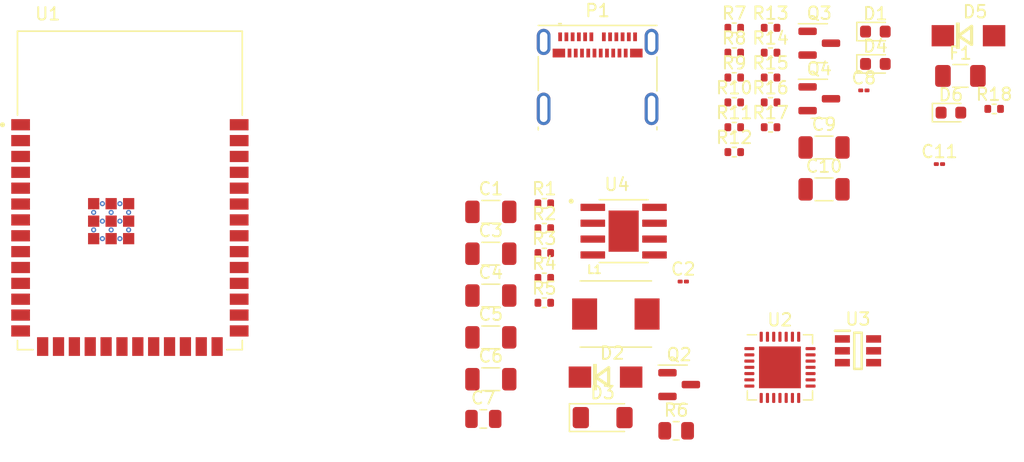
<source format=kicad_pcb>
(kicad_pcb (version 20221018) (generator pcbnew)
  (layers (0 "F.Cu" signal) (31 "B.Cu" signal) (34 "B.Paste" user) (35 "F.Paste" user) (36 "B.SilkS" user "B.Silkscreen") (37 "F.SilkS" user "F.Silkscreen") (38 "B.Mask" user) (39 "F.Mask" user) (44 "Edge.Cuts" user))
  (net 0 "")
  (net 34 "Net-(U2-VBUS)")
  (net 35 "/USB/TXT")
  (net 36 "Net-(D1-A)")
  (net 39 "Net-(D2-PadA)")
  (net 40 "/USB/RXT")
  (net 41 "Net-(D4-A)")
  (net 42 "VBUS")
  (net 43 "Net-(D6-A)")
  (net 44 "Net-(P1-CC)")
  (net 45 "/USB/D-")
  (net 54 "/USB/D+")
  (net 55 "Net-(P1-VCONN)")
  (net 60 "Net-(Q3-B)")
  (net 61 "/USB/RTS")
  (net 62 "Net-(Q3-C)")
  (net 64 "Net-(Q4-B)")
  (net 65 "/Power Supply/EN")
  (net 66 "GND")
  (net 67 "/Power Supply/SW")
  (net 68 "/Power Supply/BOOT")
  (net 69 "+3.3V")
  (net 70 "VCC")
  (net 71 "Net-(C7-Pad1)")
  (net 72 "Net-(Q2-D)")
  (net 73 "+VDC")
  (net 74 "Net-(D3-A)")
  (net 75 "Net-(U4-RLIM)")
  (net 76 "/Power Supply/FB")
  (net 77 "/Power Supply/COMP")
  (net 78 "/USB/DTR")
  (net 79 "Net-(Q4-C)")
  (net 80 "Net-(U2-~{RST})")
  (net 81 "CHIP_PU")
  (net 82 "GPIO0")
  (net 83 "MCU_RX")
  (net 84 "MCU_TX")
  (net 85 "/USB/COM_D+")
  (net 86 "/USB/COM_D-")
  (footprint "Package_TO_SOT_SMD:SOT-23" (layer "F.Cu") (at 120.11 57.61)
    (fp_text reference "Q4" (at 0 -2.4) (layer "F.SilkS"))
    (fp_text value "MMBT5551")
    (fp_line (start 0 -1.56) (end -1.675 -1.56) (stroke (width 0.12)) (layer "F.SilkS"))
    (fp_line (start 0 -1.56) (end 0.65 -1.56) (stroke (width 0.12)) (layer "F.SilkS"))
    (fp_line (start 0 1.56) (end -0.65 1.56) (stroke (width 0.12)) (layer "F.SilkS"))
    (fp_line (start 0 1.56) (end 0.65 1.56) (stroke (width 0.12)) (layer "F.SilkS"))
    (pad "1" smd roundrect (at -0.9375 -0.95) (size 1.475 0.6) (layers "F.Cu" "F.Paste" "F.Mask") (net 64 "Net-(Q4-B)"))
    (pad "2" smd roundrect (at -0.9375 0.95) (size 1.475 0.6) (layers "F.Cu" "F.Paste" "F.Mask") (net 78 "/USB/DTR"))
    (pad "3" smd roundrect (at 0.9375 0) (size 1.475 0.6) (layers "F.Cu" "F.Paste" "F.Mask") (net 79 "Net-(Q4-C)"))
  )
  (footprint "Resistor_SMD:R_0402_1005Metric" (layer "F.Cu") (at 116.21 53.92)
    (fp_text reference "R14" (at 0 -1.17) (layer "F.SilkS"))
    (fp_text value "0")
    (fp_line (start -0.153641 -0.38) (end 0.153641 -0.38) (stroke (width 0.12)) (layer "F.SilkS"))
    (fp_line (start -0.153641 0.38) (end 0.153641 0.38) (stroke (width 0.12)) (layer "F.SilkS"))
    (pad "1" smd roundrect (at -0.51 0) (size 0.54 0.64) (layers "F.Cu" "F.Paste" "F.Mask") (net 62 "Net-(Q3-C)"))
    (pad "2" smd roundrect (at 0.51 0) (size 0.54 0.64) (layers "F.Cu" "F.Paste" "F.Mask") (net 81 "CHIP_PU"))
  )
  (footprint "Capacitor_SMD:C_1206_3216Metric" (layer "F.Cu") (at 93.81 70.015)
    (fp_text reference "C3" (at 0 -1.85) (layer "F.SilkS"))
    (fp_text value "22u 10V")
    (fp_line (start -0.711252 -0.91) (end 0.711252 -0.91) (stroke (width 0.12)) (layer "F.SilkS"))
    (fp_line (start -0.711252 0.91) (end 0.711252 0.91) (stroke (width 0.12)) (layer "F.SilkS"))
    (pad "1" smd roundrect (at -1.475 0) (size 1.15 1.8) (layers "F.Cu" "F.Paste" "F.Mask") (roundrect_rratio 0.217391) (net 69 "+3.3V"))
    (pad "2" smd roundrect (at 1.475 0) (size 1.15 1.8) (layers "F.Cu" "F.Paste" "F.Mask") (roundrect_rratio 0.217391) (net 66 "GND"))
  )
  (footprint "Library:IND_ASPI-0530LR-3R3M-T2" (layer "F.Cu") (at 103.82 74.845)
    (fp_text reference "L1" (at -1.718 -3.5564) (layer "F.SilkS") (effects (font (size 0.64 0.64))))
    (fp_text value "4u7")
    (fp_line (start -2.85 -2.65) (end 2.85 -2.65) (stroke (width 0.127)) (layer "F.SilkS"))
    (fp_line (start -2.85 2.65) (end 2.85 2.65) (stroke (width 0.127)) (layer "F.SilkS"))
    (pad "1" smd rect (at -2.5 0) (size 2 2.5) (layers "F.Cu" "F.Paste" "F.Mask") (net 67 "/Power Supply/SW"))
    (pad "2" smd rect (at 2.5 0) (size 2 2.5) (layers "F.Cu" "F.Paste" "F.Mask") (net 69 "+3.3V"))
  )
  (footprint "Connector_USB:USB_C_Receptacle_Molex_105450-0101" (layer "F.Cu") (at 102.36 55.865)
    (fp_text reference "P1" (at 0 -5.315 unlocked) (layer "F.SilkS"))
    (fp_text value "USB_C_Prog")
    (fp_line (start -4.75 -4.125) (end 4.75 -4.125) (stroke (width 0.12)) (layer "F.SilkS"))
    (fp_line (start -4.75 -1.625) (end -4.75 1.075) (stroke (width 0.12)) (layer "F.SilkS"))
    (fp_line (start -4.75 4.235) (end -4.75 4.025) (stroke (width 0.12)) (layer "F.SilkS"))
    (fp_line (start -3.125 -4.275) (end -2.9 -4.275) (stroke (width 0.12)) (layer "F.SilkS"))
    (fp_line (start 4.75 1.125) (end 4.75 -1.6) (stroke (width 0.12)) (layer "F.SilkS"))
    (fp_line (start 4.75 4.225) (end 4.75 4) (stroke (width 0.12)) (layer "F.SilkS"))
    (pad "A1" smd rect (at -3 -3.215) (size 0.3 0.7) (layers "F.Cu" "F.Paste" "F.Mask") (net 66 "GND"))
    (pad "A2" smd rect (at -2.5 -3.215) (size 0.3 0.7) (layers "F.Cu" "F.Paste" "F.Mask"))
    (pad "A3" smd rect (at -2 -3.215) (size 0.3 0.7) (layers "F.Cu" "F.Paste" "F.Mask"))
    (pad "A4" smd rect (at -1.5 -3.215) (size 0.3 0.7) (layers "F.Cu" "F.Paste" "F.Mask") (net 42 "VBUS"))
    (pad "A5" smd rect (at -1 -3.215) (size 0.3 0.7) (layers "F.Cu" "F.Paste" "F.Mask") (net 44 "Net-(P1-CC)"))
    (pad "A6" smd rect (at -0.5 -3.215) (size 0.3 0.7) (layers "F.Cu" "F.Paste" "F.Mask") (net 45 "/USB/D-"))
    (pad "A7" smd rect (at 0.5 -3.215) (size 0.3 0.7) (layers "F.Cu" "F.Paste" "F.Mask") (net 54 "/USB/D+"))
    (pad "A8" smd rect (at 1 -3.215) (size 0.3 0.7) (layers "F.Cu" "F.Paste" "F.Mask"))
    (pad "A9" smd rect (at 1.5 -3.215) (size 0.3 0.7) (layers "F.Cu" "F.Paste" "F.Mask") (net 42 "VBUS"))
    (pad "A10" smd rect (at 2 -3.215) (size 0.3 0.7) (layers "F.Cu" "F.Paste" "F.Mask"))
    (pad "A11" smd rect (at 2.5 -3.215) (size 0.3 0.7) (layers "F.Cu" "F.Paste" "F.Mask"))
    (pad "A12" smd rect (at 3 -3.215) (size 0.3 0.7) (layers "F.Cu" "F.Paste" "F.Mask") (net 66 "GND"))
    (pad "B1" smd rect (at 3.1 -1.915) (size 1 0.7) (layers "F.Cu" "F.Paste" "F.Mask") (net 66 "GND"))
    (pad "B2" smd rect (at 2.25 -1.915) (size 0.3 0.7) (layers "F.Cu" "F.Paste" "F.Mask"))
    (pad "B3" smd rect (at 1.75 -1.915) (size 0.3 0.7) (layers "F.Cu" "F.Paste" "F.Mask"))
    (pad "B4" smd rect (at 1.25 -1.915) (size 0.3 0.7) (layers "F.Cu" "F.Paste" "F.Mask") (net 42 "VBUS"))
    (pad "B5" smd rect (at 0.75 -1.915) (size 0.3 0.7) (layers "F.Cu" "F.Paste" "F.Mask") (net 55 "Net-(P1-VCONN)"))
    (pad "B6" smd rect (at 0.25 -1.915) (size 0.3 0.7) (layers "F.Cu" "F.Paste" "F.Mask"))
    (pad "B7" smd rect (at -0.25 -1.915) (size 0.3 0.7) (layers "F.Cu" "F.Paste" "F.Mask"))
    (pad "B8" smd rect (at -0.75 -1.915) (size 0.3 0.7) (layers "F.Cu" "F.Paste" "F.Mask"))
    (pad "B9" smd rect (at -1.25 -1.915) (size 0.3 0.7) (layers "F.Cu" "F.Paste" "F.Mask") (net 42 "VBUS"))
    (pad "B10" smd rect (at -1.75 -1.915) (size 0.3 0.7) (layers "F.Cu" "F.Paste" "F.Mask"))
    (pad "B11" smd rect (at -2.25 -1.915) (size 0.3 0.7) (layers "F.Cu" "F.Paste" "F.Mask"))
    (pad "B12" smd rect (at -3.1 -1.915) (size 1 0.7) (layers "F.Cu" "F.Paste" "F.Mask") (net 66 "GND"))
    (pad "S1" thru_hole oval (at -4.32 -2.805) (size 1.1 2.1) (drill oval 0.6 1.6) (layers "*.Cu" "*.Mask"))
    (pad "S1" thru_hole oval (at -4.32 2.555) (size 1.1 2.6) (drill oval 0.6 2.1) (layers "*.Cu" "*.Mask"))
    (pad "S1" thru_hole oval (at 4.32 -2.805) (size 1.1 2.1) (drill oval 0.6 1.6) (layers "*.Cu" "*.Mask"))
    (pad "S1" thru_hole oval (at 4.32 2.555) (size 1.1 2.6) (drill oval 0.6 2.1) (layers "*.Cu" "*.Mask"))
  )
  (footprint "Package_TO_SOT_SMD:SOT-23" (layer "F.Cu") (at 120.11 53.16)
    (fp_text reference "Q3" (at 0 -2.4) (layer "F.SilkS"))
    (fp_text value "MMBT5551")
    (fp_line (start 0 -1.56) (end -1.675 -1.56) (stroke (width 0.12)) (layer "F.SilkS"))
    (fp_line (start 0 -1.56) (end 0.65 -1.56) (stroke (width 0.12)) (layer "F.SilkS"))
    (fp_line (start 0 1.56) (end -0.65 1.56) (stroke (width 0.12)) (layer "F.SilkS"))
    (fp_line (start 0 1.56) (end 0.65 1.56) (stroke (width 0.12)) (layer "F.SilkS"))
    (pad "1" smd roundrect (at -0.9375 -0.95) (size 1.475 0.6) (layers "F.Cu" "F.Paste" "F.Mask") (net 60 "Net-(Q3-B)"))
    (pad "2" smd roundrect (at -0.9375 0.95) (size 1.475 0.6) (layers "F.Cu" "F.Paste" "F.Mask") (net 61 "/USB/RTS"))
    (pad "3" smd roundrect (at 0.9375 0) (size 1.475 0.6) (layers "F.Cu" "F.Paste" "F.Mask") (net 62 "Net-(Q3-C)"))
  )
  (footprint "Resistor_SMD:R_0402_1005Metric" (layer "F.Cu") (at 134.11 58.42)
    (fp_text reference "R18" (at 0 -1.17) (layer "F.SilkS"))
    (fp_text value "1k")
    (fp_line (start -0.153641 -0.38) (end 0.153641 -0.38) (stroke (width 0.12)) (layer "F.SilkS"))
    (fp_line (start -0.153641 0.38) (end 0.153641 0.38) (stroke (width 0.12)) (layer "F.SilkS"))
    (pad "1" smd roundrect (at -0.51 0) (size 0.54 0.64) (layers "F.Cu" "F.Paste" "F.Mask") (net 43 "Net-(D6-A)"))
    (pad "2" smd roundrect (at 0.51 0) (size 0.54 0.64) (layers "F.Cu" "F.Paste" "F.Mask") (net 69 "+3.3V"))
  )
  (footprint "Resistor_SMD:R_0402_1005Metric" (layer "F.Cu") (at 113.3 51.93)
    (fp_text reference "R7" (at 0 -1.17) (layer "F.SilkS"))
    (fp_text value "5k1")
    (fp_line (start -0.153641 -0.38) (end 0.153641 -0.38) (stroke (width 0.12)) (layer "F.SilkS"))
    (fp_line (start -0.153641 0.38) (end 0.153641 0.38) (stroke (width 0.12)) (layer "F.SilkS"))
    (pad "1" smd roundrect (at -0.51 0) (size 0.54 0.64) (layers "F.Cu" "F.Paste" "F.Mask") (net 44 "Net-(P1-CC)"))
    (pad "2" smd roundrect (at 0.51 0) (size 0.54 0.64) (layers "F.Cu" "F.Paste" "F.Mask") (net 66 "GND"))
  )
  (footprint "Resistor_SMD:R_0402_1005Metric" (layer "F.Cu") (at 98.09 73.945)
    (fp_text reference "R5" (at 0 -1.17) (layer "F.SilkS"))
    (fp_text value "24k")
    (fp_line (start -0.153641 -0.38) (end 0.153641 -0.38) (stroke (width 0.12)) (layer "F.SilkS"))
    (fp_line (start -0.153641 0.38) (end 0.153641 0.38) (stroke (width 0.12)) (layer "F.SilkS"))
    (pad "1" smd roundrect (at -0.51 0) (size 0.54 0.64) (layers "F.Cu" "F.Paste" "F.Mask") (net 76 "/Power Supply/FB"))
    (pad "2" smd roundrect (at 0.51 0) (size 0.54 0.64) (layers "F.Cu" "F.Paste" "F.Mask") (net 66 "GND"))
  )
  (footprint "Library:SOIC127P599X175-9N" (layer "F.Cu") (at 104.445 68.2095)
    (fp_text reference "U4" (at -0.53 -3.735) (layer "F.SilkS"))
    (fp_text value "RT7272BGSP")
    (fp_line (start -1.94925 -2.515) (end 1.94925 -2.515) (stroke (width 0.127)) (layer "F.SilkS"))
    (fp_line (start -1.94925 2.515) (end 1.94925 2.515) (stroke (width 0.127)) (layer "F.SilkS"))
    (fp_circle (center -4.2 -2.4) (end -4.1 -2.4) (stroke (width 0.2)) (fill none) (layer "F.SilkS"))
    (pad "1" smd roundrect (at -2.47 -1.905) (size 1.97 0.58) (layers "F.Cu" "F.Paste" "F.Mask") (roundrect_rratio 0.07) (net 67 "/Power Supply/SW"))
    (pad "2" smd roundrect (at -2.47 -0.635) (size 1.97 0.58) (layers "F.Cu" "F.Paste" "F.Mask") (roundrect_rratio 0.07) (net 68 "/Power Supply/BOOT"))
    (pad "3" smd roundrect (at -2.47 0.635) (size 1.97 0.58) (layers "F.Cu" "F.Paste" "F.Mask") (roundrect_rratio 0.07) (net 65 "/Power Supply/EN"))
    (pad "4" smd roundrect (at -2.47 1.905) (size 1.97 0.58) (layers "F.Cu" "F.Paste" "F.Mask") (roundrect_rratio 0.07) (net 66 "GND"))
    (pad "5" smd roundrect (at 2.47 1.905) (size 1.97 0.58) (layers "F.Cu" "F.Paste" "F.Mask") (roundrect_rratio 0.07) (net 76 "/Power Supply/FB"))
    (pad "6" smd roundrect (at 2.47 0.635) (size 1.97 0.58) (layers "F.Cu" "F.Paste" "F.Mask") (roundrect_rratio 0.07) (net 77 "/Power Supply/COMP"))
    (pad "7" smd roundrect (at 2.47 -0.635) (size 1.97 0.58) (layers "F.Cu" "F.Paste" "F.Mask") (roundrect_rratio 0.07) (net 75 "Net-(U4-RLIM)"))
    (pad "8" smd roundrect (at 2.47 -1.905) (size 1.97 0.58) (layers "F.Cu" "F.Paste" "F.Mask") (roundrect_rratio 0.07) (net 70 "VCC"))
    (pad "9" smd rect (at 0 0) (size 2.413 3.302) (layers "F.Cu" "F.Mask") (net 66 "GND"))
  )
  (footprint "Package_DFN_QFN:QFN-28-1EP_5x5mm_P0.5mm_EP3.35x3.35mm" (layer "F.Cu") (at 116.96 79.115)
    (fp_text reference "U2" (at 0 -3.8) (layer "F.SilkS"))
    (fp_text value "CP2102N-Axx-xQFN28")
    (fp_line (start -2.61 2.61) (end -2.61 1.885) (stroke (width 0.12)) (layer "F.SilkS"))
    (fp_line (start -1.885 -2.61) (end -2.61 -2.61) (stroke (width 0.12)) (layer "F.SilkS"))
    (fp_line (start -1.885 2.61) (end -2.61 2.61) (stroke (width 0.12)) (layer "F.SilkS"))
    (fp_line (start 1.885 -2.61) (end 2.61 -2.61) (stroke (width 0.12)) (layer "F.SilkS"))
    (fp_line (start 1.885 2.61) (end 2.61 2.61) (stroke (width 0.12)) (layer "F.SilkS"))
    (fp_line (start 2.61 -2.61) (end 2.61 -1.885) (stroke (width 0.12)) (layer "F.SilkS"))
    (fp_line (start 2.61 2.61) (end 2.61 1.885) (stroke (width 0.12)) (layer "F.SilkS"))
    (pad "1" smd roundrect (at -2.45 -1.5) (size 0.8 0.25) (layers "F.Cu" "F.Paste" "F.Mask"))
    (pad "2" smd roundrect (at -2.45 -1) (size 0.8 0.25) (layers "F.Cu" "F.Paste" "F.Mask"))
    (pad "3" smd roundrect (at -2.45 -0.5) (size 0.8 0.25) (layers "F.Cu" "F.Paste" "F.Mask") (net 66 "GND"))
    (pad "4" smd roundrect (at -2.45 0) (size 0.8 0.25) (layers "F.Cu" "F.Paste" "F.Mask") (net 85 "/USB/COM_D+"))
    (pad "5" smd roundrect (at -2.45 0.5) (size 0.8 0.25) (layers "F.Cu" "F.Paste" "F.Mask") (net 86 "/USB/COM_D-"))
    (pad "6" smd roundrect (at -2.45 1) (size 0.8 0.25) (layers "F.Cu" "F.Paste" "F.Mask") (net 69 "+3.3V"))
    (pad "7" smd roundrect (at -2.45 1.5) (size 0.8 0.25) (layers "F.Cu" "F.Paste" "F.Mask") (net 69 "+3.3V"))
    (pad "8" smd roundrect (at -1.5 2.45) (size 0.25 0.8) (layers "F.Cu" "F.Paste" "F.Mask") (net 34 "Net-(U2-VBUS)"))
    (pad "9" smd roundrect (at -1 2.45) (size 0.25 0.8) (layers "F.Cu" "F.Paste" "F.Mask") (net 80 "Net-(U2-~{RST})"))
    (pad "10" smd roundrect (at -0.5 2.45) (size 0.25 0.8) (layers "F.Cu" "F.Paste" "F.Mask"))
    (pad "11" smd roundrect (at 0 2.45) (size 0.25 0.8) (layers "F.Cu" "F.Paste" "F.Mask"))
    (pad "12" smd roundrect (at 0.5 2.45) (size 0.25 0.8) (layers "F.Cu" "F.Paste" "F.Mask"))
    (pad "13" smd roundrect (at 1 2.45) (size 0.25 0.8) (layers "F.Cu" "F.Paste" "F.Mask"))
    (pad "14" smd roundrect (at 1.5 2.45) (size 0.25 0.8) (layers "F.Cu" "F.Paste" "F.Mask"))
    (pad "15" smd roundrect (at 2.45 1.5) (size 0.8 0.25) (layers "F.Cu" "F.Paste" "F.Mask"))
    (pad "16" smd roundrect (at 2.45 1) (size 0.8 0.25) (layers "F.Cu" "F.Paste" "F.Mask"))
    (pad "17" smd roundrect (at 2.45 0.5) (size 0.8 0.25) (layers "F.Cu" "F.Paste" "F.Mask"))
    (pad "18" smd roundrect (at 2.45 0) (size 0.8 0.25) (layers "F.Cu" "F.Paste" "F.Mask") (net 40 "/USB/RXT"))
    (pad "19" smd roundrect (at 2.45 -0.5) (size 0.8 0.25) (layers "F.Cu" "F.Paste" "F.Mask") (net 35 "/USB/TXT"))
    (pad "20" smd roundrect (at 2.45 -1) (size 0.8 0.25) (layers "F.Cu" "F.Paste" "F.Mask"))
    (pad "21" smd roundrect (at 2.45 -1.5) (size 0.8 0.25) (layers "F.Cu" "F.Paste" "F.Mask"))
    (pad "22" smd roundrect (at 1.5 -2.45) (size 0.25 0.8) (layers "F.Cu" "F.Paste" "F.Mask"))
    (pad "23" smd roundrect (at 1 -2.45) (size 0.25 0.8) (layers "F.Cu" "F.Paste" "F.Mask"))
    (pad "24" smd roundrect (at 0.5 -2.45) (size 0.25 0.8) (layers "F.Cu" "F.Paste" "F.Mask") (net 61 "/USB/RTS"))
    (pad "25" smd roundrect (at 0 -2.45) (size 0.25 0.8) (layers "F.Cu" "F.Paste" "F.Mask") (net 84 "MCU_TX"))
    (pad "26" smd roundrect (at -0.5 -2.45) (size 0.25 0.8) (layers "F.Cu" "F.Paste" "F.Mask") (net 83 "MCU_RX"))
    (pad "27" smd roundrect (at -1 -2.45) (size 0.25 0.8) (layers "F.Cu" "F.Paste" "F.Mask"))
    (pad "28" smd roundrect (at -1.5 -2.45) (size 0.25 0.8) (layers "F.Cu" "F.Paste" "F.Mask") (net 78 "/USB/DTR"))
    (pad "29" smd rect (at 0 0) (size 3.35 3.35) (layers "F.Cu" "F.Mask") (net 66 "GND"))
  )
  (footprint "Library:XCVR_ESP32-S3-WROOM-1-N4R2" (layer "F.Cu") (at 64.91 64.95)
    (fp_text reference "U1" (at -6.575 -14.135) (layer "F.SilkS"))
    (fp_text value "ESP32-S3-WROOM-1-N4R2")
    (fp_line (start -9 -12.75) (end 9 -12.75) (stroke (width 0.127)) (layer "F.SilkS"))
    (fp_line (start -9 -6.03) (end -9 -12.75) (stroke (width 0.127)) (layer "F.SilkS"))
    (fp_line (start -9 12.02) (end -9 12.75) (stroke (width 0.127)) (layer "F.SilkS"))
    (fp_line (start -9 12.75) (end -7.755 12.75) (stroke (width 0.127)) (layer "F.SilkS"))
    (fp_line (start 9 -12.75) (end 9 -6.03) (stroke (width 0.127)) (layer "F.SilkS"))
    (fp_line (start 9 12.02) (end 9 12.75) (stroke (width 0.127)) (layer "F.SilkS"))
    (fp_line (start 9 12.75) (end 7.755 12.75) (stroke (width 0.127)) (layer "F.SilkS"))
    (fp_circle (center -10.2 -5.26) (end -10.1 -5.26) (stroke (width 0.2)) (fill none) (layer "F.SilkS"))
    (pad "1" smd rect (at -8.75 -5.26) (size 1.5 0.9) (layers "F.Cu" "F.Paste" "F.Mask") (net 66 "GND"))
    (pad "2" smd rect (at -8.75 -3.99) (size 1.5 0.9) (layers "F.Cu" "F.Paste" "F.Mask") (net 69 "+3.3V"))
    (pad "3" smd rect (at -8.75 -2.72) (size 1.5 0.9) (layers "F.Cu" "F.Paste" "F.Mask") (net 81 "CHIP_PU"))
    (pad "4" smd rect (at -8.75 -1.45) (size 1.5 0.9) (layers "F.Cu" "F.Paste" "F.Mask"))
    (pad "5" smd rect (at -8.75 -0.18) (size 1.5 0.9) (layers "F.Cu" "F.Paste" "F.Mask"))
    (pad "6" smd rect (at -8.75 1.09) (size 1.5 0.9) (layers "F.Cu" "F.Paste" "F.Mask"))
    (pad "7" smd rect (at -8.75 2.36) (size 1.5 0.9) (layers "F.Cu" "F.Paste" "F.Mask"))
    (pad "8" smd rect (at -8.75 3.63) (size 1.5 0.9) (layers "F.Cu" "F.Paste" "F.Mask"))
    (pad "9" smd rect (at -8.75 4.9) (size 1.5 0.9) (layers "F.Cu" "F.Paste" "F.Mask"))
    (pad "10" smd rect (at -8.75 6.17) (size 1.5 0.9) (layers "F.Cu" "F.Paste" "F.Mask"))
    (pad "11" smd rect (at -8.75 7.44) (size 1.5 0.9) (layers "F.Cu" "F.Paste" "F.Mask"))
    (pad "12" smd rect (at -8.75 8.71) (size 1.5 0.9) (layers "F.Cu" "F.Paste" "F.Mask"))
    (pad "13" smd rect (at -8.75 9.98) (size 1.5 0.9) (layers "F.Cu" "F.Paste" "F.Mask"))
    (pad "14" smd rect (at -8.75 11.25) (size 1.5 0.9) (layers "F.Cu" "F.Paste" "F.Mask"))
    (pad "15" smd rect (at -6.985 12.5) (size 0.9 1.5) (layers "F.Cu" "F.Paste" "F.Mask"))
    (pad "16" smd rect (at -5.715 12.5) (size 0.9 1.5) (layers "F.Cu" "F.Paste" "F.Mask"))
    (pad "17" smd rect (at -4.445 12.5) (size 0.9 1.5) (layers "F.Cu" "F.Paste" "F.Mask"))
    (pad "18" smd rect (at -3.175 12.5) (size 0.9 1.5) (layers "F.Cu" "F.Paste" "F.Mask"))
    (pad "19" smd rect (at -1.905 12.5) (size 0.9 1.5) (layers "F.Cu" "F.Paste" "F.Mask"))
    (pad "20" smd rect (at -0.635 12.5) (size 0.9 1.5) (layers "F.Cu" "F.Paste" "F.Mask"))
    (pad "21" smd rect (at 0.635 12.5) (size 0.9 1.5) (layers "F.Cu" "F.Paste" "F.Mask"))
    (pad "22" smd rect (at 1.905 12.5) (size 0.9 1.5) (layers "F.Cu" "F.Paste" "F.Mask"))
    (pad "23" smd rect (at 3.175 12.5) (size 0.9 1.5) (layers "F.Cu" "F.Paste" "F.Mask"))
    (pad "24" smd rect (at 4.445 12.5) (size 0.9 1.5) (layers "F.Cu" "F.Paste" "F.Mask"))
    (pad "25" smd rect (at 5.715 12.5) (size 0.9 1.5) (layers "F.Cu" "F.Paste" "F.Mask"))
    (pad "26" smd rect (at 6.985 12.5) (size 0.9 1.5) (layers "F.Cu" "F.Paste" "F.Mask"))
    (pad "27" smd rect (at 8.75 11.25) (size 1.5 0.9) (layers "F.Cu" "F.Paste" "F.Mask") (net 82 "GPIO0"))
    (pad "28" smd rect (at 8.75 9.98) (size 1.5 0.9) (layers "F.Cu" "F.Paste" "F.Mask"))
    (pad "29" smd rect (at 8.75 8.71) (size 1.5 0.9) (layers "F.Cu" "F.Paste" "F.Mask"))
    (pad "30" smd rect (at 8.75 7.44) (size 1.5 0.9) (layers "F.Cu" "F.Paste" "F.Mask"))
    (pad "31" smd rect (at 8.75 6.17) (size 1.5 0.9) (layers "F.Cu" "F.Paste" "F.Mask"))
    (pad "32" smd rect (at 8.75 4.9) (size 1.5 0.9) (layers "F.Cu" "F.Paste" "F.Mask"))
    (pad "33" smd rect (at 8.75 3.63) (size 1.5 0.9) (layers "F.Cu" "F.Paste" "F.Mask"))
    (pad "34" smd rect (at 8.75 2.36) (size 1.5 0.9) (layers "F.Cu" "F.Paste" "F.Mask"))
    (pad "35" smd rect (at 8.75 1.09) (size 1.5 0.9) (layers "F.Cu" "F.Paste" "F.Mask"))
    (pad "36" smd rect (at 8.75 -0.18) (size 1.5 0.9) (layers "F.Cu" "F.Paste" "F.Mask") (net 83 "MCU_RX"))
    (pad "37" smd rect (at 8.75 -1.45) (size 1.5 0.9) (layers "F.Cu" "F.Paste" "F.Mask") (net 84 "MCU_TX"))
    (pad "38" smd rect (at 8.75 -2.72) (size 1.5 0.9) (layers "F.Cu" "F.Paste" "F.Mask"))
    (pad "39" smd rect (at 8.75 -3.99) (size 1.5 0.9) (layers "F.Cu" "F.Paste" "F.Mask"))
    (pad "40" smd rect (at 8.75 -5.26) (size 1.5 0.9) (layers "F.Cu" "F.Paste" "F.Mask") (net 66 "GND"))
    (pad "41_1" smd rect (at -1.5 2.46) (size 0.9 0.9) (layers "F.Cu" "F.Paste" "F.Mask") (net 66 "GND"))
    (pad "41_2" smd rect (at -2.9 2.46) (size 0.9 0.9) (layers "F.Cu" "F.Paste" "F.Mask") (net 66 "GND"))
    (pad "41_3" smd rect (at -0.1 2.46) (size 0.9 0.9) (layers "F.Cu" "F.Paste" "F.Mask") (net 66 "GND"))
    (pad "41_4" smd rect (at -2.9 3.86) (size 0.9 0.9) (layers "F.Cu" "F.Paste" "F.Mask") (net 66 "GND"))
    (pad "41_5" smd rect (at -1.5 3.86) (size 0.9 0.9) (layers "F.Cu" "F.Paste" "F.Mask") (net 66 "GND"))
    (pad "41_6" smd rect (at -0.1 3.86) (size 0.9 0.9) (layers "F.Cu" "F.Paste" "F.Mask") (net 66 "GND"))
    (pad "41_7" smd rect (at -2.9 1.06) (size 0.9 0.9) (layers "F.Cu" "F.Paste" "F.Mask") (net 66 "GND"))
    (pad "41_8" smd rect (at -1.5 1.06) (size 0.9 0.9) (layers "F.Cu" "F.Paste" "F.Mask") (net 66 "GND"))
    (pad "41_9" smd rect (at -0.1 1.06) (size 0.9 0.9) (layers "F.Cu" "F.Paste" "F.Mask") (net 66 "GND"))
    (pad "41_10" thru_hole circle (at -1.5 1.76) (size 0.4 0.4) (drill 0.2) (layers "*.Cu"))
    (pad "41_11" thru_hole circle (at -2.9 1.76) (size 0.4 0.4) (drill 0.2) (layers "*.Cu"))
    (pad "41_12" thru_hole circle (at -0.1 1.76) (size 0.4 0.4) (drill 0.2) (layers "*.Cu"))
    (pad "41_13" thru_hole circle (at -2.9 3.16) (size 0.4 0.4) (drill 0.2) (layers "*.Cu"))
    (pad "41_14" thru_hole circle (at -1.5 3.16) (size 0.4 0.4) (drill 0.2) (layers "*.Cu"))
    (pad "41_15" thru_hole circle (at -0.1 3.16) (size 0.4 0.4) (drill 0.2) (layers "*.Cu"))
    (pad "41_16" thru_hole circle (at -2.2 1.06) (size 0.4 0.4) (drill 0.2) (layers "*.Cu"))
    (pad "41_17" thru_hole circle (at -0.8 1.06) (size 0.4 0.4) (drill 0.2) (layers "*.Cu"))
    (pad "41_18" thru_hole circle (at -2.2 2.46) (size 0.4 0.4) (drill 0.2) (layers "*.Cu"))
    (pad "41_19" thru_hole circle (at -0.8 2.46) (size 0.4 0.4) (drill 0.2) (layers "*.Cu"))
    (pad "41_20" thru_hole circle (at -2.2 3.86) (size 0.4 0.4) (drill 0.2) (layers "*.Cu"))
    (pad "41_21" thru_hole circle (at -0.8 3.86) (size 0.4 0.4) (drill 0.2) (layers "*.Cu"))
  )
  (footprint "LED_SMD:LED_0603_1608Metric" (layer "F.Cu") (at 124.6 52.23)
    (fp_text reference "D1" (at 0 -1.43) (layer "F.SilkS"))
    (fp_text value "LED_YLW")
    (fp_line (start -1.485 -0.735) (end -1.485 0.735) (stroke (width 0.12)) (layer "F.SilkS"))
    (fp_line (start -1.485 0.735) (end 0.8 0.735) (stroke (width 0.12)) (layer "F.SilkS"))
    (fp_line (start 0.8 -0.735) (end -1.485 -0.735) (stroke (width 0.12)) (layer "F.SilkS"))
    (pad "1" smd roundrect (at -0.7875 0) (size 0.875 0.95) (layers "F.Cu" "F.Paste" "F.Mask") (net 35 "/USB/TXT"))
    (pad "2" smd roundrect (at 0.7875 0) (size 0.875 0.95) (layers "F.Cu" "F.Paste" "F.Mask") (net 36 "Net-(D1-A)"))
  )
  (footprint "Capacitor_SMD:C_01005_0402Metric" (layer "F.Cu") (at 109.22 72.245)
    (fp_text reference "C2" (at 0 -1) (layer "F.SilkS"))
    (fp_text value "100n 50V")
    (pad "1" smd roundrect (at -0.25 0) (size 0.4 0.3) (layers "F.Cu" "F.Mask") (net 67 "/Power Supply/SW"))
    (pad "2" smd roundrect (at 0.25 0) (size 0.4 0.3) (layers "F.Cu" "F.Mask") (net 68 "/Power Supply/BOOT"))
  )
  (footprint "Resistor_SMD:R_0402_1005Metric" (layer "F.Cu") (at 98.09 71.955)
    (fp_text reference "R4" (at 0 -1.17) (layer "F.SilkS"))
    (fp_text value "75k")
    (fp_line (start -0.153641 -0.38) (end 0.153641 -0.38) (stroke (width 0.12)) (layer "F.SilkS"))
    (fp_line (start -0.153641 0.38) (end 0.153641 0.38) (stroke (width 0.12)) (layer "F.SilkS"))
    (pad "1" smd roundrect (at -0.51 0) (size 0.54 0.64) (layers "F.Cu" "F.Paste" "F.Mask") (net 69 "+3.3V"))
    (pad "2" smd roundrect (at 0.51 0) (size 0.54 0.64) (layers "F.Cu" "F.Paste" "F.Mask") (net 76 "/Power Supply/FB"))
  )
  (footprint "Capacitor_SMD:C_01005_0402Metric" (layer "F.Cu") (at 123.68 56.94)
    (fp_text reference "C8" (at 0 -1) (layer "F.SilkS"))
    (fp_text value "100n 50V")
    (pad "1" smd roundrect (at -0.25 0) (size 0.4 0.3) (layers "F.Cu" "F.Mask") (net 69 "+3.3V"))
    (pad "2" smd roundrect (at 0.25 0) (size 0.4 0.3) (layers "F.Cu" "F.Mask") (net 66 "GND"))
  )
  (footprint "Capacitor_SMD:C_1206_3216Metric" (layer "F.Cu") (at 120.49 64.86)
    (fp_text reference "C10" (at 0 -1.85) (layer "F.SilkS"))
    (fp_text value "10u 50V")
    (fp_line (start -0.711252 -0.91) (end 0.711252 -0.91) (stroke (width 0.12)) (layer "F.SilkS"))
    (fp_line (start -0.711252 0.91) (end 0.711252 0.91) (stroke (width 0.12)) (layer "F.SilkS"))
    (pad "1" smd roundrect (at -1.475 0) (size 1.15 1.8) (layers "F.Cu" "F.Paste" "F.Mask") (roundrect_rratio 0.217391) (net 34 "Net-(U2-VBUS)"))
    (pad "2" smd roundrect (at 1.475 0) (size 1.15 1.8) (layers "F.Cu" "F.Paste" "F.Mask") (roundrect_rratio 0.217391) (net 66 "GND"))
  )
  (footprint "LED_SMD:LED_0603_1608Metric" (layer "F.Cu") (at 124.6 54.82)
    (fp_text reference "D4" (at 0 -1.43) (layer "F.SilkS"))
    (fp_text value "LED_BLUE")
    (fp_line (start -1.485 -0.735) (end -1.485 0.735) (stroke (width 0.12)) (layer "F.SilkS"))
    (fp_line (start -1.485 0.735) (end 0.8 0.735) (stroke (width 0.12)) (layer "F.SilkS"))
    (fp_line (start 0.8 -0.735) (end -1.485 -0.735) (stroke (width 0.12)) (layer "F.SilkS"))
    (pad "1" smd roundrect (at -0.7875 0) (size 0.875 0.95) (layers "F.Cu" "F.Paste" "F.Mask") (net 40 "/USB/RXT"))
    (pad "2" smd roundrect (at 0.7875 0) (size 0.875 0.95) (layers "F.Cu" "F.Paste" "F.Mask") (net 41 "Net-(D4-A)"))
  )
  (footprint "Resistor_SMD:R_0402_1005Metric" (layer "F.Cu") (at 113.3 53.92)
    (fp_text reference "R8" (at 0 -1.17) (layer "F.SilkS"))
    (fp_text value "5k1")
    (fp_line (start -0.153641 -0.38) (end 0.153641 -0.38) (stroke (width 0.12)) (layer "F.SilkS"))
    (fp_line (start -0.153641 0.38) (end 0.153641 0.38) (stroke (width 0.12)) (layer "F.SilkS"))
    (pad "1" smd roundrect (at -0.51 0) (size 0.54 0.64) (layers "F.Cu" "F.Paste" "F.Mask") (net 55 "Net-(P1-VCONN)"))
    (pad "2" smd roundrect (at 0.51 0) (size 0.54 0.64) (layers "F.Cu" "F.Paste" "F.Mask") (net 66 "GND"))
  )
  (footprint "Resistor_SMD:R_0402_1005Metric" (layer "F.Cu") (at 113.3 55.91)
    (fp_text reference "R9" (at 0 -1.17) (layer "F.SilkS"))
    (fp_text value "1k")
    (fp_line (start -0.153641 -0.38) (end 0.153641 -0.38) (stroke (width 0.12)) (layer "F.SilkS"))
    (fp_line (start -0.153641 0.38) (end 0.153641 0.38) (stroke (width 0.12)) (layer "F.SilkS"))
    (pad "1" smd roundrect (at -0.51 0) (size 0.54 0.64) (layers "F.Cu" "F.Paste" "F.Mask") (net 69 "+3.3V"))
    (pad "2" smd roundrect (at 0.51 0) (size 0.54 0.64) (layers "F.Cu" "F.Paste" "F.Mask") (net 80 "Net-(U2-~{RST})"))
  )
  (footprint "Resistor_SMD:R_0402_1005Metric" (layer "F.Cu") (at 113.3 57.9)
    (fp_text reference "R10" (at 0 -1.17) (layer "F.SilkS"))
    (fp_text value "1k")
    (fp_line (start -0.153641 -0.38) (end 0.153641 -0.38) (stroke (width 0.12)) (layer "F.SilkS"))
    (fp_line (start -0.153641 0.38) (end 0.153641 0.38) (stroke (width 0.12)) (layer "F.SilkS"))
    (pad "1" smd roundrect (at -0.51 0) (size 0.54 0.64) (layers "F.Cu" "F.Paste" "F.Mask") (net 41 "Net-(D4-A)"))
    (pad "2" smd roundrect (at 0.51 0) (size 0.54 0.64) (layers "F.Cu" "F.Paste" "F.Mask") (net 69 "+3.3V"))
  )
  (footprint "Resistor_SMD:R_0402_1005Metric" (layer "F.Cu") (at 113.3 59.89)
    (fp_text reference "R11" (at 0 -1.17) (layer "F.SilkS"))
    (fp_text value "1k")
    (fp_line (start -0.153641 -0.38) (end 0.153641 -0.38) (stroke (width 0.12)) (layer "F.SilkS"))
    (fp_line (start -0.153641 0.38) (end 0.153641 0.38) (stroke (width 0.12)) (layer "F.SilkS"))
    (pad "1" smd roundrect (at -0.51 0) (size 0.54 0.64) (layers "F.Cu" "F.Paste" "F.Mask") (net 36 "Net-(D1-A)"))
    (pad "2" smd roundrect (at 0.51 0) (size 0.54 0.64) (layers "F.Cu" "F.Paste" "F.Mask") (net 69 "+3.3V"))
  )
  (footprint "Capacitor_SMD:C_1206_3216Metric" (layer "F.Cu") (at 93.81 66.665)
    (fp_text reference "C1" (at 0 -1.85) (layer "F.SilkS"))
    (fp_text value "10u 50V")
    (fp_line (start -0.711252 -0.91) (end 0.711252 -0.91) (stroke (width 0.12)) (layer "F.SilkS"))
    (fp_line (start -0.711252 0.91) (end 0.711252 0.91) (stroke (width 0.12)) (layer "F.SilkS"))
    (pad "1" smd roundrect (at -1.475 0) (size 1.15 1.8) (layers "F.Cu" "F.Paste" "F.Mask") (roundrect_rratio 0.217391) (net 65 "/Power Supply/EN"))
    (pad "2" smd roundrect (at 1.475 0) (size 1.15 1.8) (layers "F.Cu" "F.Paste" "F.Mask") (roundrect_rratio 0.217391) (net 66 "GND"))
  )
  (footprint "Fuse:Fuse_1206_3216Metric" (layer "F.Cu") (at 131.41 55.78)
    (fp_text reference "F1" (at 0 -1.82) (layer "F.SilkS"))
    (fp_text value "60V 120mA")
    (fp_line (start -0.602064 -0.91) (end 0.602064 -0.91) (stroke (width 0.12)) (layer "F.SilkS"))
    (fp_line (start -0.602064 0.91) (end 0.602064 0.91) (stroke (width 0.12)) (layer "F.SilkS"))
    (pad "1" smd roundrect (at -1.4 0) (size 1.25 1.75) (layers "F.Cu" "F.Paste" "F.Mask") (roundrect_rratio 0.2) (net 73 "+VDC"))
    (pad "2" smd roundrect (at 1.4 0) (size 1.25 1.75) (layers "F.Cu" "F.Paste" "F.Mask") (roundrect_rratio 0.2) (net 39 "Net-(D2-PadA)"))
  )
  (footprint "Resistor_SMD:R_0402_1005Metric" (layer "F.Cu") (at 116.21 55.91)
    (fp_text reference "R15" (at 0 -1.17) (layer "F.SilkS"))
    (fp_text value "0")
    (fp_line (start -0.153641 -0.38) (end 0.153641 -0.38) (stroke (width 0.12)) (layer "F.SilkS"))
    (fp_line (start -0.153641 0.38) (end 0.153641 0.38) (stroke (width 0.12)) (layer "F.SilkS"))
    (pad "1" smd roundrect (at -0.51 0) (size 0.54 0.64) (layers "F.Cu" "F.Paste" "F.Mask") (net 79 "Net-(Q4-C)"))
    (pad "2" smd roundrect (at 0.51 0) (size 0.54 0.64) (layers "F.Cu" "F.Paste" "F.Mask") (net 82 "GPIO0"))
  )
  (footprint "Library:DO-214AC" (layer "F.Cu") (at 132.055 52.562)
    (fp_text reference "D5" (at 0.535 -1.921) (layer "F.SilkS"))
    (fp_text value "SS54")
    (fp_line (start -0.8 0) (end 0.25 -0.75) (stroke (width 0.254)) (layer "F.SilkS"))
    (fp_line (start 0.25 -0.75) (end 0.25 0.7) (stroke (width 0.254)) (layer "F.SilkS"))
    (fp_line (start 0.25 0.7) (end -0.8 0) (stroke (width 0.254)) (layer "F.SilkS"))
    (fp_poly (pts (xy -1 -1.05) (xy -0.7 -1.05) (xy -0.7 1.05) (xy -1 1.05)) (stroke (width 0.01)) (fill solid) (layer "F.SilkS"))
    (pad "A" smd rect (at 2.05 0) (size 1.8 1.7) (layers "F.Cu" "F.Paste" "F.Mask") (net 42 "VBUS"))
    (pad "C" smd rect (at -2.05 0) (size 1.8 1.7) (layers "F.Cu" "F.Paste" "F.Mask") (net 70 "VCC"))
  )
  (footprint "Resistor_SMD:R_0402_1005Metric" (layer "F.Cu") (at 116.21 51.93)
    (fp_text reference "R13" (at 0 -1.17) (layer "F.SilkS"))
    (fp_text value "10k")
    (fp_line (start -0.153641 -0.38) (end 0.153641 -0.38) (stroke (width 0.12)) (layer "F.SilkS"))
    (fp_line (start -0.153641 0.38) (end 0.153641 0.38) (stroke (width 0.12)) (layer "F.SilkS"))
    (pad "1" smd roundrect (at -0.51 0) (size 0.54 0.64) (layers "F.Cu" "F.Paste" "F.Mask") (net 61 "/USB/RTS"))
    (pad "2" smd roundrect (at 0.51 0) (size 0.54 0.64) (layers "F.Cu" "F.Paste" "F.Mask") (net 64 "Net-(Q4-B)"))
  )
  (footprint "Resistor_SMD:R_0402_1005Metric" (layer "F.Cu") (at 98.09 65.985)
    (fp_text reference "R1" (at 0 -1.17) (layer "F.SilkS"))
    (fp_text value "3k3")
    (fp_line (start -0.153641 -0.38) (end 0.153641 -0.38) (stroke (width 0.12)) (layer "F.SilkS"))
    (fp_line (start -0.153641 0.38) (end 0.153641 0.38) (stroke (width 0.12)) (layer "F.SilkS"))
    (pad "1" smd roundrect (at -0.51 0) (size 0.54 0.64) (layers "F.Cu" "F.Paste" "F.Mask") (net 74 "Net-(D3-A)"))
    (pad "2" smd roundrect (at 0.51 0) (size 0.54 0.64) (layers "F.Cu" "F.Paste" "F.Mask") (net 66 "GND"))
  )
  (footprint "Resistor_SMD:R_0402_1005Metric" (layer "F.Cu") (at 116.21 59.89)
    (fp_text reference "R17" (at 0 -1.17) (layer "F.SilkS"))
    (fp_text value "120k")
    (fp_line (start -0.153641 -0.38) (end 0.153641 -0.38) (stroke (width 0.12)) (layer "F.SilkS"))
    (fp_line (start -0.153641 0.38) (end 0.153641 0.38) (stroke (width 0.12)) (layer "F.SilkS"))
    (pad "1" smd roundrect (at -0.51 0) (size 0.54 0.64) (layers "F.Cu" "F.Paste" "F.Mask") (net 34 "Net-(U2-VBUS)"))
    (pad "2" smd roundrect (at 0.51 0) (size 0.54 0.64) (layers "F.Cu" "F.Paste" "F.Mask") (net 66 "GND"))
  )
  (footprint "Capacitor_SMD:C_01005_0402Metric" (layer "F.Cu") (at 129.73 62.84)
    (fp_text reference "C11" (at 0 -1) (layer "F.SilkS"))
    (fp_text value "100n 50V")
    (pad "1" smd roundrect (at -0.25 0) (size 0.4 0.3) (layers "F.Cu" "F.Mask") (net 69 "+3.3V"))
    (pad "2" smd roundrect (at 0.25 0) (size 0.4 0.3) (layers "F.Cu" "F.Mask") (net 66 "GND"))
  )
  (footprint "Resistor_SMD:R_0402_1005Metric" (layer "F.Cu") (at 113.3 61.88)
    (fp_text reference "R12" (at 0 -1.17) (layer "F.SilkS"))
    (fp_text value "10k")
    (fp_line (start -0.153641 -0.38) (end 0.153641 -0.38) (stroke (width 0.12)) (layer "F.SilkS"))
    (fp_line (start -0.153641 0.38) (end 0.153641 0.38) (stroke (width 0.12)) (layer "F.SilkS"))
    (pad "1" smd roundrect (at -0.51 0) (size 0.54 0.64) (layers "F.Cu" "F.Paste" "F.Mask") (net 78 "/USB/DTR"))
    (pad "2" smd roundrect (at 0.51 0) (size 0.54 0.64) (layers "F.Cu" "F.Paste" "F.Mask") (net 60 "Net-(Q3-B)"))
  )
  (footprint "LED_SMD:LED_0603_1608Metric" (layer "F.Cu") (at 130.65 58.72)
    (fp_text reference "D6" (at 0 -1.43) (layer "F.SilkS"))
    (fp_text value "LED_GREEN")
    (fp_line (start -1.485 -0.735) (end -1.485 0.735) (stroke (width 0.12)) (layer "F.SilkS"))
    (fp_line (start -1.485 0.735) (end 0.8 0.735) (stroke (width 0.12)) (layer "F.SilkS"))
    (fp_line (start 0.8 -0.735) (end -1.485 -0.735) (stroke (width 0.12)) (layer "F.SilkS"))
    (pad "1" smd roundrect (at -0.7875 0) (size 0.875 0.95) (layers "F.Cu" "F.Paste" "F.Mask") (net 66 "GND"))
    (pad "2" smd roundrect (at 0.7875 0) (size 0.875 0.95) (layers "F.Cu" "F.Paste" "F.Mask") (net 43 "Net-(D6-A)"))
  )
  (footprint "Resistor_SMD:R_0805_2012Metric" (layer "F.Cu") (at 108.65 84.195)
    (fp_text reference "R6" (at 0 -1.65) (layer "F.SilkS"))
    (fp_text value "16k")
    (fp_line (start -0.227064 -0.735) (end 0.227064 -0.735) (stroke (width 0.12)) (layer "F.SilkS"))
    (fp_line (start -0.227064 0.735) (end 0.227064 0.735) (stroke (width 0.12)) (layer "F.SilkS"))
    (pad "1" smd roundrect (at -0.9125 0) (size 1.025 1.4) (layers "F.Cu" "F.Paste" "F.Mask") (roundrect_rratio 0.243902) (net 77 "/Power Supply/COMP"))
    (pad "2" smd roundrect (at 0.9125 0) (size 1.025 1.4) (layers "F.Cu" "F.Paste" "F.Mask") (roundrect_rratio 0.243902) (net 71 "Net-(C7-Pad1)"))
  )
  (footprint "Library:DO-214AC" (layer "F.Cu") (at 102.995 79.897)
    (fp_text reference "D2" (at 0.535 -1.921) (layer "F.SilkS"))
    (fp_text value "SS54")
    (fp_line (start -0.8 0) (end 0.25 -0.75) (stroke (width 0.254)) (layer "F.SilkS"))
    (fp_line (start 0.25 -0.75) (end 0.25 0.7) (stroke (width 0.254)) (layer "F.SilkS"))
    (fp_line (start 0.25 0.7) (end -0.8 0) (stroke (width 0.254)) (layer "F.SilkS"))
    (fp_poly (pts (xy -1 -1.05) (xy -0.7 -1.05) (xy -0.7 1.05) (xy -1 1.05)) (stroke (width 0.01)) (fill solid) (layer "F.SilkS"))
    (pad "A" smd rect (at 2.05 0) (size 1.8 1.7) (layers "F.Cu" "F.Paste" "F.Mask") (net 39 "Net-(D2-PadA)"))
    (pad "C" smd rect (at -2.05 0) (size 1.8 1.7) (layers "F.Cu" "F.Paste" "F.Mask") (net 72 "Net-(Q2-D)"))
  )
  (footprint "Library:SOT95P280X145-6N" (layer "F.Cu") (at 123.21 77.79)
    (fp_text reference "U3" (at 0 -2.54) (layer "F.SilkS"))
    (fp_text value "USBLC6-4SC6")
    (fp_line (start -1.85 -1.6) (end -0.65 -1.6) (stroke (width 0.2)) (layer "F.SilkS"))
    (fp_line (start -0.3 -1.45) (end 0.3 -1.45) (stroke (width 0.2)) (layer "F.SilkS"))
    (fp_line (start -0.3 1.45) (end -0.3 -1.45) (stroke (width 0.2)) (layer "F.SilkS"))
    (fp_line (start 0.3 -1.45) (end 0.3 1.45) (stroke (width 0.2)) (layer "F.SilkS"))
    (fp_line (start 0.3 1.45) (end -0.3 1.45) (stroke (width 0.2)) (layer "F.SilkS"))
    (pad "1" smd rect (at -1.25 -0.95) (size 1.2 0.6) (layers "F.Cu" "F.Paste" "F.Mask") (net 85 "/USB/COM_D+"))
    (pad "2" smd rect (at -1.25 0) (size 1.2 0.6) (layers "F.Cu" "F.Paste" "F.Mask") (net 66 "GND"))
    (pad "3" smd rect (at -1.25 0.95) (size 1.2 0.6) (layers "F.Cu" "F.Paste" "F.Mask") (net 86 "/USB/COM_D-"))
    (pad "4" smd rect (at 1.25 0.95) (size 1.2 0.6) (layers "F.Cu" "F.Paste" "F.Mask") (net 45 "/USB/D-"))
    (pad "5" smd rect (at 1.25 0) (size 1.2 0.6) (layers "F.Cu" "F.Paste" "F.Mask") (net 42 "VBUS"))
    (pad "6" smd rect (at 1.25 -0.95) (size 1.2 0.6) (layers "F.Cu" "F.Paste" "F.Mask") (net 54 "/USB/D+"))
  )
  (footprint "Resistor_SMD:R_0402_1005Metric" (layer "F.Cu") (at 98.09 67.975)
    (fp_text reference "R2" (at 0 -1.17) (layer "F.SilkS"))
    (fp_text value "130k")
    (fp_line (start -0.153641 -0.38) (end 0.153641 -0.38) (stroke (width 0.12)) (layer "F.SilkS"))
    (fp_line (start -0.153641 0.38) (end 0.153641 0.38) (stroke (width 0.12)) (layer "F.SilkS"))
    (pad "1" smd roundrect (at -0.51 0) (size 0.54 0.64) (layers "F.Cu" "F.Paste" "F.Mask") (net 75 "Net-(U4-RLIM)"))
    (pad "2" smd roundrect (at 0.51 0) (size 0.54 0.64) (layers "F.Cu" "F.Paste" "F.Mask") (net 66 "GND"))
  )
  (footprint "Capacitor_SMD:C_0805_2012Metric" (layer "F.Cu") (at 93.21 83.245)
    (fp_text reference "C7" (at 0 -1.68) (layer "F.SilkS"))
    (fp_text value "2n2 50V")
    (fp_line (start -0.261252 -0.735) (end 0.261252 -0.735) (stroke (width 0.12)) (layer "F.SilkS"))
    (fp_line (start -0.261252 0.735) (end 0.261252 0.735) (stroke (width 0.12)) (layer "F.SilkS"))
    (pad "1" smd roundrect (at -0.95 0) (size 1 1.45) (layers "F.Cu" "F.Paste" "F.Mask") (net 71 "Net-(C7-Pad1)"))
    (pad "2" smd roundrect (at 0.95 0) (size 1 1.45) (layers "F.Cu" "F.Paste" "F.Mask") (net 66 "GND"))
  )
  (footprint "Package_TO_SOT_SMD:SOT-23" (layer "F.Cu") (at 108.89 80.495)
    (fp_text reference "Q2" (at 0 -2.4) (layer "F.SilkS"))
    (fp_text value "AO3401A")
    (fp_line (start 0 -1.56) (end -1.675 -1.56) (stroke (width 0.12)) (layer "F.SilkS"))
    (fp_line (start 0 -1.56) (end 0.65 -1.56) (stroke (width 0.12)) (layer "F.SilkS"))
    (fp_line (start 0 1.56) (end -0.65 1.56) (stroke (width 0.12)) (layer "F.SilkS"))
    (fp_line (start 0 1.56) (end 0.65 1.56) (stroke (width 0.12)) (layer "F.SilkS"))
    (pad "1" smd roundrect (at -0.9375 -0.95) (size 1.475 0.6) (layers "F.Cu" "F.Paste" "F.Mask") (net 74 "Net-(D3-A)"))
    (pad "2" smd roundrect (at -0.9375 0.95) (size 1.475 0.6) (layers "F.Cu" "F.Paste" "F.Mask") (net 70 "VCC"))
    (pad "3" smd roundrect (at 0.9375 0) (size 1.475 0.6) (layers "F.Cu" "F.Paste" "F.Mask") (net 72 "Net-(Q2-D)"))
  )
  (footprint "Capacitor_SMD:C_1206_3216Metric" (layer "F.Cu") (at 93.81 76.715)
    (fp_text reference "C5" (at 0 -1.85) (layer "F.SilkS"))
    (fp_text value "10u 50V")
    (fp_line (start -0.711252 -0.91) (end 0.711252 -0.91) (stroke (width 0.12)) (layer "F.SilkS"))
    (fp_line (start -0.711252 0.91) (end 0.711252 0.91) (stroke (width 0.12)) (layer "F.SilkS"))
    (pad "1" smd roundrect (at -1.475 0) (size 1.15 1.8) (layers "F.Cu" "F.Paste" "F.Mask") (roundrect_rratio 0.217391) (net 70 "VCC"))
    (pad "2" smd roundrect (at 1.475 0) (size 1.15 1.8) (layers "F.Cu" "F.Paste" "F.Mask") (roundrect_rratio 0.217391) (net 66 "GND"))
  )
  (footprint "Resistor_SMD:R_0402_1005Metric" (layer "F.Cu") (at 116.21 57.9)
    (fp_text reference "R16" (at 0 -1.17) (layer "F.SilkS"))
    (fp_text value "56k")
    (fp_line (start -0.153641 -0.38) (end 0.153641 -0.38) (stroke (width 0.12)) (layer "F.SilkS"))
    (fp_line (start -0.153641 0.38) (end 0.153641 0.38) (stroke (width 0.12)) (layer "F.SilkS"))
    (pad "1" smd roundrect (at -0.51 0) (size 0.54 0.64) (layers "F.Cu" "F.Paste" "F.Mask") (net 42 "VBUS"))
    (pad "2" smd roundrect (at 0.51 0) (size 0.54 0.64) (layers "F.Cu" "F.Paste" "F.Mask") (net 34 "Net-(U2-VBUS)"))
  )
  (footprint "Capacitor_SMD:C_1206_3216Metric" (layer "F.Cu") (at 120.49 61.51)
    (fp_text reference "C9" (at 0 -1.85) (layer "F.SilkS"))
    (fp_text value "10u 50V")
    (fp_line (start -0.711252 -0.91) (end 0.711252 -0.91) (stroke (width 0.12)) (layer "F.SilkS"))
    (fp_line (start -0.711252 0.91) (end 0.711252 0.91) (stroke (width 0.12)) (layer "F.SilkS"))
    (pad "1" smd roundrect (at -1.475 0) (size 1.15 1.8) (layers "F.Cu" "F.Paste" "F.Mask") (roundrect_rratio 0.217391) (net 69 "+3.3V"))
    (pad "2" smd roundrect (at 1.475 0) (size 1.15 1.8) (layers "F.Cu" "F.Paste" "F.Mask") (roundrect_rratio 0.217391) (net 66 "GND"))
  )
  (footprint "Capacitor_SMD:C_1206_3216Metric" (layer "F.Cu") (at 93.81 80.065)
    (fp_text reference "C6" (at 0 -1.85) (layer "F.SilkS"))
    (fp_text value "10u 50V")
    (fp_line (start -0.711252 -0.91) (end 0.711252 -0.91) (stroke (width 0.12)) (layer "F.SilkS"))
    (fp_line (start -0.711252 0.91) (end 0.711252 0.91) (stroke (width 0.12)) (layer "F.SilkS"))
    (pad "1" smd roundrect (at -1.475 0) (size 1.15 1.8) (layers "F.Cu" "F.Paste" "F.Mask") (roundrect_rratio 0.217391) (net 70 "VCC"))
    (pad "2" smd roundrect (at 1.475 0) (size 1.15 1.8) (layers "F.Cu" "F.Paste" "F.Mask") (roundrect_rratio 0.217391) (net 66 "GND"))
  )
  (footprint "Capacitor_SMD:C_1206_3216Metric" (layer "F.Cu") (at 93.81 73.365)
    (fp_text reference "C4" (at 0 -1.85) (layer "F.SilkS"))
    (fp_text value "22u 10V")
    (fp_line (start -0.711252 -0.91) (end 0.711252 -0.91) (stroke (width 0.12)) (layer "F.SilkS"))
    (fp_line (start -0.711252 0.91) (end 0.711252 0.91) (stroke (width 0.12)) (layer "F.SilkS"))
    (pad "1" smd roundrect (at -1.475 0) (size 1.15 1.8) (layers "F.Cu" "F.Paste" "F.Mask") (roundrect_rratio 0.217391) (net 69 "+3.3V"))
    (pad "2" smd roundrect (at 1.475 0) (size 1.15 1.8) (layers "F.Cu" "F.Paste" "F.Mask") (roundrect_rratio 0.217391) (net 66 "GND"))
  )
  (footprint "Resistor_SMD:R_0402_1005Metric" (layer "F.Cu") (at 98.09 69.965)
    (fp_text reference "R3" (at 0 -1.17) (layer "F.SilkS"))
    (fp_text value "10k")
    (fp_line (start -0.153641 -0.38) (end 0.153641 -0.38) (stroke (width 0.12)) (layer "F.SilkS"))
    (fp_line (start -0.153641 0.38) (end 0.153641 0.38) (stroke (width 0.12)) (layer "F.SilkS"))
    (pad "1" smd roundrect (at -0.51 0) (size 0.54 0.64) (layers "F.Cu" "F.Paste" "F.Mask") (net 70 "VCC"))
    (pad "2" smd roundrect (at 0.51 0) (size 0.54 0.64) (layers "F.Cu" "F.Paste" "F.Mask") (net 65 "/Power Supply/EN"))
  )
  (footprint "Diode_SMD:D_MiniMELF" (layer "F.Cu") (at 102.765 83.14)
    (fp_text reference "D3" (at 0 -2) (layer "F.SilkS"))
    (fp_text value "BZV55B5V6")
    (fp_line (start -2.66 -1.11) (end -2.66 1.11) (stroke (width 0.12)) (layer "F.SilkS"))
    (fp_line (start -2.66 1.11) (end 1.75 1.11) (stroke (width 0.12)) (layer "F.SilkS"))
    (fp_line (start 1.75 -1.11) (end -2.66 -1.11) (stroke (width 0.12)) (layer "F.SilkS"))
    (pad "1" smd roundrect (at -1.75 0) (size 1.3 1.7) (layers "F.Cu" "F.Paste" "F.Mask") (roundrect_rratio 0.1923076923) (net 70 "VCC"))
    (pad "2" smd roundrect (at 1.75 0) (size 1.3 1.7) (layers "F.Cu" "F.Paste" "F.Mask") (roundrect_rratio 0.1923076923) (net 74 "Net-(D3-A)"))
  )
)
</source>
